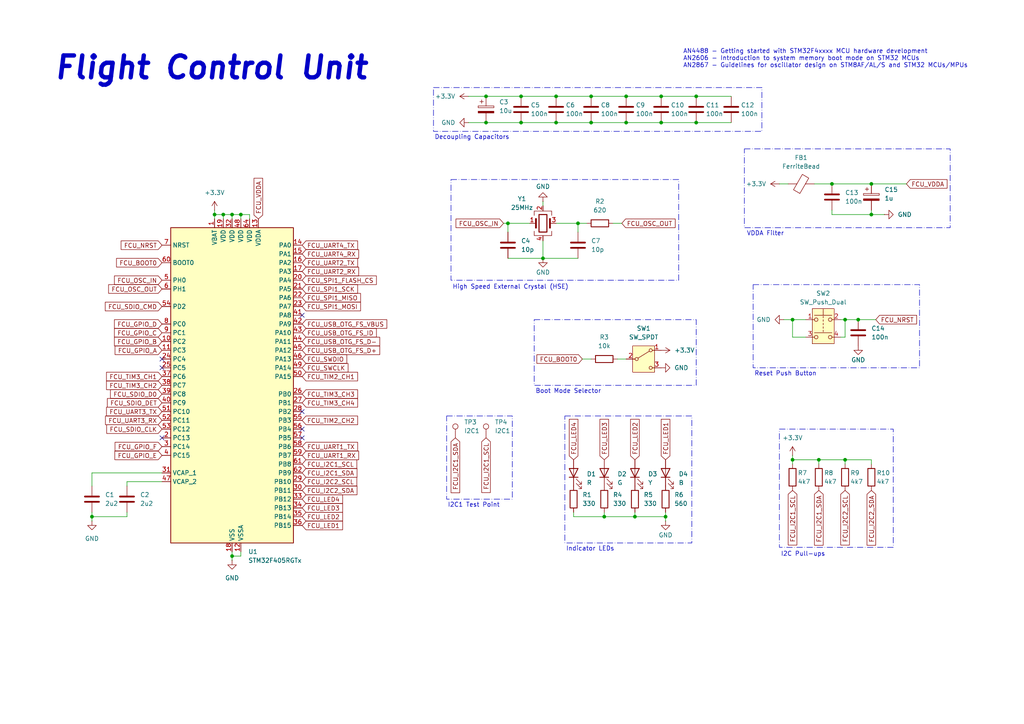
<source format=kicad_sch>
(kicad_sch (version 20250114) (generator "eeschema") (generator_version "9.0")
  (paper "A4")
  (title_block (title "Flight Control Unit") (rev "0.1.2") (company "Breno Soares Alves"))
  (lib_symbols
    (symbol "Connector:TestPoint" (pin_numbers (hide yes)) (pin_names (offset 0.762) (hide yes))
      (property "Reference" "TP" (at 0 6.858 0))
      (property "Value" "TestPoint" (at 0 5.08 0))
      (symbol "TestPoint_0_1"
        (circle (center 0 3.302) (radius 0.762))
      )
      (symbol "TestPoint_1_1"
        (pin passive line (at 0 0 90) (length 2.54) (name "1") (number "1"))
      )
    )
    (symbol "Device:C" (pin_numbers (hide yes)) (pin_names (offset 0.254))
      (property "Reference" "C" (at 0.635 2.54 0))
      (property "Value" "C" (at 0.635 -2.54 0))
      (symbol "C_0_1"
        (polyline (pts (xy -2.032 0.762) (xy 2.032 0.762)) (stroke (width 0.508)))
        (polyline (pts (xy -2.032 -0.762) (xy 2.032 -0.762)) (stroke (width 0.508)))
      )
      (symbol "C_1_1"
        (pin passive line (at 0 3.81 270) (length 2.794) (name "~") (number "1"))
        (pin passive line (at 0 -3.81 90) (length 2.794) (name "~") (number "2"))
      )
    )
    (symbol "Device:C_Polarized" (pin_numbers (hide yes)) (pin_names (offset 0.254))
      (property "Reference" "C" (at 0.635 2.54 0))
      (property "Value" "C_Polarized" (at 0.635 -2.54 0))
      (symbol "C_Polarized_0_1"
        (rectangle (start -2.286 0.508) (end 2.286 1.016))
        (polyline (pts (xy -1.778 2.286) (xy -0.762 2.286)))
        (polyline (pts (xy -1.27 2.794) (xy -1.27 1.778)))
        (rectangle (start 2.286 -0.508) (end -2.286 -1.016) (fill (type outline)))
      )
      (symbol "C_Polarized_1_1"
        (pin passive line (at 0 3.81 270) (length 2.794) (name "~") (number "1"))
        (pin passive line (at 0 -3.81 90) (length 2.794) (name "~") (number "2"))
      )
    )
    (symbol "Device:Crystal_GND24" (pin_names (offset 1.016) (hide yes))
      (property "Reference" "Y" (at 3.175 5.08 0))
      (property "Value" "Crystal_GND24" (at 3.175 3.175 0))
      (symbol "Crystal_GND24_0_1"
        (polyline (pts (xy -2.54 2.286) (xy -2.54 3.556) (xy 2.54 3.556) (xy 2.54 2.286)))
        (polyline (pts (xy -2.54 0) (xy -2.032 0)))
        (polyline (pts (xy -2.54 -2.286) (xy -2.54 -3.556) (xy 2.54 -3.556) (xy 2.54 -2.286)))
        (polyline (pts (xy -2.032 -1.27) (xy -2.032 1.27)) (stroke (width 0.508)))
        (rectangle (start -1.143 2.54) (end 1.143 -2.54) (stroke (width 0.3048)))
        (polyline (pts (xy 0 3.556) (xy 0 3.81)))
        (polyline (pts (xy 0 -3.81) (xy 0 -3.556)))
        (polyline (pts (xy 2.032 0) (xy 2.54 0)))
        (polyline (pts (xy 2.032 -1.27) (xy 2.032 1.27)) (stroke (width 0.508)))
      )
      (symbol "Crystal_GND24_1_1"
        (pin passive line (at -3.81 0 0) (length 1.27) (name "1") (number "1"))
        (pin passive line (at 0 5.08 270) (length 1.27) (name "2") (number "2"))
        (pin passive line (at 0 -5.08 90) (length 1.27) (name "4") (number "4"))
        (pin passive line (at 3.81 0 180) (length 1.27) (name "3") (number "3"))
      )
    )
    (symbol "Device:FerriteBead" (pin_numbers (hide yes)) (pin_names (offset 0))
      (property "Reference" "FB" (at -3.81 0.635 90))
      (property "Value" "FerriteBead" (at 3.81 0 90))
      (symbol "FerriteBead_0_1"
        (polyline (pts (xy -2.7686 0.4064) (xy -1.7018 2.2606) (xy 2.7686 -0.3048) (xy 1.6764 -2.159) (xy -2.7686 0.4064)))
        (polyline (pts (xy 0 1.27) (xy 0 1.2954)))
        (polyline (pts (xy 0 -1.27) (xy 0 -1.2192)))
      )
      (symbol "FerriteBead_1_1"
        (pin passive line (at 0 3.81 270) (length 2.54) (name "~") (number "1"))
        (pin passive line (at 0 -3.81 90) (length 2.54) (name "~") (number "2"))
      )
    )
    (symbol "Device:LED" (pin_numbers (hide yes)) (pin_names (offset 1.016) (hide yes))
      (property "Reference" "D" (at 0 2.54 0))
      (property "Value" "LED" (at 0 -2.54 0))
      (symbol "LED_0_1"
        (polyline (pts (xy -3.048 -0.762) (xy -4.572 -2.286) (xy -3.81 -2.286) (xy -4.572 -2.286) (xy -4.572 -1.524)))
        (polyline (pts (xy -1.778 -0.762) (xy -3.302 -2.286) (xy -2.54 -2.286) (xy -3.302 -2.286) (xy -3.302 -1.524)))
        (polyline (pts (xy -1.27 0) (xy 1.27 0)))
        (polyline (pts (xy -1.27 -1.27) (xy -1.27 1.27)) (stroke (width 0.254)))
        (polyline (pts (xy 1.27 -1.27) (xy 1.27 1.27) (xy -1.27 0) (xy 1.27 -1.27)) (stroke (width 0.254)))
      )
      (symbol "LED_1_1"
        (pin passive line (at -3.81 0 0) (length 2.54) (name "K") (number "1"))
        (pin passive line (at 3.81 0 180) (length 2.54) (name "A") (number "2"))
      )
    )
    (symbol "Device:R" (pin_numbers (hide yes)) (pin_names (offset 0))
      (property "Reference" "R" (at 2.032 0 90))
      (property "Value" "R" (at 0 0 90))
      (symbol "R_0_1"
        (rectangle (start -1.016 -2.54) (end 1.016 2.54) (stroke (width 0.254)))
      )
      (symbol "R_1_1"
        (pin passive line (at 0 3.81 270) (length 1.27) (name "~") (number "1"))
        (pin passive line (at 0 -3.81 90) (length 1.27) (name "~") (number "2"))
      )
    )
    (symbol "MCU_ST_STM32F4:STM32F405RGTx"
      (property "Reference" "U" (at -17.78 46.99 0))
      (property "Value" "STM32F405RGTx" (at 10.16 46.99 0))
      (symbol "STM32F405RGTx_0_1"
        (rectangle (start -17.78 -45.72) (end 17.78 45.72) (stroke (width 0.254)) (fill (type background)))
      )
      (symbol "STM32F405RGTx_1_1"
        (pin input line (at -20.32 40.64 0) (length 2.54) (name "NRST") (number "7"))
        (pin input line (at -20.32 35.56 0) (length 2.54) (name "BOOT0") (number "60"))
        (pin bidirectional line (at -20.32 30.48 0) (length 2.54) (name "PH0") (number "5"))
        (pin bidirectional line (at -20.32 27.94 0) (length 2.54) (name "PH1") (number "6"))
        (pin bidirectional line (at -20.32 22.86 0) (length 2.54) (name "PD2") (number "54"))
        (pin bidirectional line (at -20.32 17.78 0) (length 2.54) (name "PC0") (number "8"))
        (pin bidirectional line (at -20.32 15.24 0) (length 2.54) (name "PC1") (number "9"))
        (pin bidirectional line (at -20.32 12.7 0) (length 2.54) (name "PC2") (number "10"))
        (pin bidirectional line (at -20.32 10.16 0) (length 2.54) (name "PC3") (number "11"))
        (pin bidirectional line (at -20.32 7.62 0) (length 2.54) (name "PC4") (number "24"))
        (pin bidirectional line (at -20.32 5.08 0) (length 2.54) (name "PC5") (number "25"))
        (pin bidirectional line (at -20.32 2.54 0) (length 2.54) (name "PC6") (number "37"))
        (pin bidirectional line (at -20.32 0 0) (length 2.54) (name "PC7") (number "38"))
        (pin bidirectional line (at -20.32 -2.54 0) (length 2.54) (name "PC8") (number "39"))
        (pin bidirectional line (at -20.32 -5.08 0) (length 2.54) (name "PC9") (number "40"))
        (pin bidirectional line (at -20.32 -7.62 0) (length 2.54) (name "PC10") (number "51"))
        (pin bidirectional line (at -20.32 -10.16 0) (length 2.54) (name "PC11") (number "52"))
        (pin bidirectional line (at -20.32 -12.7 0) (length 2.54) (name "PC12") (number "53"))
        (pin bidirectional line (at -20.32 -15.24 0) (length 2.54) (name "PC13") (number "2"))
        (pin bidirectional line (at -20.32 -17.78 0) (length 2.54) (name "PC14") (number "3"))
        (pin bidirectional line (at -20.32 -20.32 0) (length 2.54) (name "PC15") (number "4"))
        (pin power_out line (at -20.32 -25.4 0) (length 2.54) (name "VCAP_1") (number "31"))
        (pin power_out line (at -20.32 -27.94 0) (length 2.54) (name "VCAP_2") (number "47"))
        (pin power_in line (at -5.08 48.26 270) (length 2.54) (name "VBAT") (number "1"))
        (pin power_in line (at -2.54 48.26 270) (length 2.54) (name "VDD") (number "19"))
        (pin power_in line (at 0 48.26 270) (length 2.54) (name "VDD") (number "32"))
        (pin power_in line (at 0 -48.26 90) (length 2.54) (name "VSS") (number "18"))
        (pin passive line (at 0 -48.26 90) (length 2.54) (hide yes) (name "VSS") (number "63"))
        (pin power_in line (at 2.54 48.26 270) (length 2.54) (name "VDD") (number "48"))
        (pin power_in line (at 2.54 -48.26 90) (length 2.54) (name "VSSA") (number "12"))
        (pin power_in line (at 5.08 48.26 270) (length 2.54) (name "VDD") (number "64"))
        (pin power_in line (at 7.62 48.26 270) (length 2.54) (name "VDDA") (number "13"))
        (pin bidirectional line (at 20.32 40.64 180) (length 2.54) (name "PA0") (number "14"))
        (pin bidirectional line (at 20.32 38.1 180) (length 2.54) (name "PA1") (number "15"))
        (pin bidirectional line (at 20.32 35.56 180) (length 2.54) (name "PA2") (number "16"))
        (pin bidirectional line (at 20.32 33.02 180) (length 2.54) (name "PA3") (number "17"))
        (pin bidirectional line (at 20.32 30.48 180) (length 2.54) (name "PA4") (number "20"))
        (pin bidirectional line (at 20.32 27.94 180) (length 2.54) (name "PA5") (number "21"))
        (pin bidirectional line (at 20.32 25.4 180) (length 2.54) (name "PA6") (number "22"))
        (pin bidirectional line (at 20.32 22.86 180) (length 2.54) (name "PA7") (number "23"))
        (pin bidirectional line (at 20.32 20.32 180) (length 2.54) (name "PA8") (number "41"))
        (pin bidirectional line (at 20.32 17.78 180) (length 2.54) (name "PA9") (number "42"))
        (pin bidirectional line (at 20.32 15.24 180) (length 2.54) (name "PA10") (number "43"))
        (pin bidirectional line (at 20.32 12.7 180) (length 2.54) (name "PA11") (number "44"))
        (pin bidirectional line (at 20.32 10.16 180) (length 2.54) (name "PA12") (number "45"))
        (pin bidirectional line (at 20.32 7.62 180) (length 2.54) (name "PA13") (number "46"))
        (pin bidirectional line (at 20.32 5.08 180) (length 2.54) (name "PA14") (number "49"))
        (pin bidirectional line (at 20.32 2.54 180) (length 2.54) (name "PA15") (number "50"))
        (pin bidirectional line (at 20.32 -2.54 180) (length 2.54) (name "PB0") (number "26"))
        (pin bidirectional line (at 20.32 -5.08 180) (length 2.54) (name "PB1") (number "27"))
        (pin bidirectional line (at 20.32 -7.62 180) (length 2.54) (name "PB2") (number "28"))
        (pin bidirectional line (at 20.32 -10.16 180) (length 2.54) (name "PB3") (number "55"))
        (pin bidirectional line (at 20.32 -12.7 180) (length 2.54) (name "PB4") (number "56"))
        (pin bidirectional line (at 20.32 -15.24 180) (length 2.54) (name "PB5") (number "57"))
        (pin bidirectional line (at 20.32 -17.78 180) (length 2.54) (name "PB6") (number "58"))
        (pin bidirectional line (at 20.32 -20.32 180) (length 2.54) (name "PB7") (number "59"))
        (pin bidirectional line (at 20.32 -22.86 180) (length 2.54) (name "PB8") (number "61"))
        (pin bidirectional line (at 20.32 -25.4 180) (length 2.54) (name "PB9") (number "62"))
        (pin bidirectional line (at 20.32 -27.94 180) (length 2.54) (name "PB10") (number "29"))
        (pin bidirectional line (at 20.32 -30.48 180) (length 2.54) (name "PB11") (number "30"))
        (pin bidirectional line (at 20.32 -33.02 180) (length 2.54) (name "PB12") (number "33"))
        (pin bidirectional line (at 20.32 -35.56 180) (length 2.54) (name "PB13") (number "34"))
        (pin bidirectional line (at 20.32 -38.1 180) (length 2.54) (name "PB14") (number "35"))
        (pin bidirectional line (at 20.32 -40.64 180) (length 2.54) (name "PB15") (number "36"))
      )
    )
    (symbol "Switch:SW_Push_Dual" (pin_names (offset 1.016) (hide yes))
      (property "Reference" "SW" (at 0 7.62 0))
      (property "Value" "SW_Push_Dual" (at 0 -6.35 0))
      (symbol "SW_Push_Dual_0_1"
        (circle (center -2.032 2.54) (radius 0.508))
        (circle (center -2.032 -2.54) (radius 0.508))
        (polyline (pts (xy 0 3.81) (xy 0 5.588)))
        (polyline (pts (xy 0 3.048) (xy 0 3.556)))
        (polyline (pts (xy 0 2.032) (xy 0 2.54)))
        (polyline (pts (xy 0 1.016) (xy 0 1.524)))
        (polyline (pts (xy 0 0.508) (xy 0 0)))
        (polyline (pts (xy 0 -0.508) (xy 0 -1.016)))
        (circle (center 2.032 2.54) (radius 0.508))
        (circle (center 2.032 -2.54) (radius 0.508))
        (polyline (pts (xy 2.54 3.81) (xy -2.54 3.81)))
        (polyline (pts (xy 2.54 -1.27) (xy -2.54 -1.27)))
        (pin passive line (at -5.08 2.54 0) (length 2.54) (name "1") (number "1"))
        (pin passive line (at -5.08 -2.54 0) (length 2.54) (name "3") (number "3"))
        (pin passive line (at 5.08 2.54 180) (length 2.54) (name "2") (number "2"))
        (pin passive line (at 5.08 -2.54 180) (length 2.54) (name "4") (number "4"))
      )
      (symbol "SW_Push_Dual_1_1"
        (rectangle (start -3.175 5.715) (end 3.175 -4.445) (fill (type background)))
      )
    )
    (symbol "Switch:SW_SPDT" (pin_names (offset 0) (hide yes))
      (property "Reference" "SW" (at 0 5.08 0))
      (property "Value" "SW_SPDT" (at 0 -5.08 0))
      (symbol "SW_SPDT_0_1"
        (circle (center -2.032 0) (radius 0.4572))
        (polyline (pts (xy -1.651 0.254) (xy 1.651 2.286)))
        (circle (center 2.032 2.54) (radius 0.4572))
        (circle (center 2.032 -2.54) (radius 0.4572))
      )
      (symbol "SW_SPDT_1_1"
        (rectangle (start -3.175 3.81) (end 3.175 -3.81) (fill (type background)))
        (pin passive line (at -5.08 0 0) (length 2.54) (name "B") (number "2"))
        (pin passive line (at 5.08 2.54 180) (length 2.54) (name "A") (number "1"))
        (pin passive line (at 5.08 -2.54 180) (length 2.54) (name "C") (number "3"))
      )
    )
    (symbol "power:+3.3V" (power) (pin_numbers (hide yes)) (pin_names (offset 0) (hide yes))
      (property "Value" "+3.3V" (at 0 3.556 0))
      (symbol "+3.3V_0_1"
        (polyline (pts (xy -0.762 1.27) (xy 0 2.54)))
        (polyline (pts (xy 0 2.54) (xy 0.762 1.27)))
        (polyline (pts (xy 0 0) (xy 0 2.54)))
      )
      (symbol "+3.3V_1_1"
        (pin power_in line (at 0 0 90) (length 0) (name "~") (number "1"))
      )
    )
    (symbol "power:GND" (power) (pin_numbers (hide yes)) (pin_names (offset 0) (hide yes))
      (property "Value" "GND" (at 0 -3.81 0))
      (symbol "GND_0_1"
        (polyline (pts (xy 0 0) (xy 0 -1.27) (xy 1.27 -1.27) (xy 0 -2.54) (xy -1.27 -1.27) (xy 0 -1.27)))
      )
      (symbol "GND_1_1"
        (pin power_in line (at 0 0 270) (length 0) (name "~") (number "1"))
      )
    )
  )
  (rectangle (start 154.94 92.71) (end 201.93 111.76) (stroke (width 0) (type dash_dot)))
  (rectangle (start 130.81 52.07) (end 196.85 81.28) (stroke (width 0) (type dash_dot)))
  (rectangle (start 215.9 43.18) (end 275.59 66.04) (stroke (width 0) (type dash_dot)))
  (rectangle (start 163.83 120.65) (end 200.66 157.48) (stroke (width 0) (type dash_dot)))
  (rectangle (start 226.06 124.46) (end 259.08 158.75) (stroke (width 0) (type dash_dot)))
  (rectangle (start 125.73 25.4) (end 220.98 38.1) (stroke (width 0) (type dash_dot)))
  (rectangle (start 129.54 120.65) (end 148.59 144.78) (stroke (width 0) (type dash_dot)))
  (rectangle (start 218.44 82.55) (end 266.7 106.68) (stroke (width 0) (type dash_dot)))
  (text "Reset Push Button" (at 227.838 108.458 0) (effects (font (size 1.27 1.27))))
  (text "VDDA Filter" (at 221.996 67.818 0) (effects (font (size 1.27 1.27))))
  (text "Decoupling Capacitors" (at 136.906 39.878 0) (effects (font (size 1.27 1.27))))
  (text "I2C Pull-ups" (at 232.918 160.782 0) (effects (font (size 1.27 1.27))))
  (text "Flight Control Unit" (at 61.214 19.812 0) (effects (font (size 6.35 6.35) (thickness 1.27) (bold yes) (italic yes))))
  (text "AN4488 - Getting started with STM32F4xxxx MCU hardware development\nAN2606 - Introduction to system memory boot mode on STM32 MCUs\nAN2867 - Guidelines for oscillator design on STM8AF/AL/S and STM32 MCUs/MPUs" (at 198.12 17.018 0) (effects (font (size 1.27 1.27)) (justify left)))
  (text "Indicator LEDs" (at 171.196 159.258 0) (effects (font (size 1.27 1.27))))
  (text "Boot Mode Selector" (at 164.846 113.538 0) (effects (font (size 1.27 1.27))))
  (text "High Speed External Crystal (HSE)" (at 148.082 83.312 0) (effects (font (size 1.27 1.27))))
  (text "I2C1 Test Point" (at 137.414 146.558 0) (effects (font (size 1.27 1.27))))
  (junction (at 140.97 35.56))
  (junction (at 26.67 149.86))
  (junction (at 184.15 149.86))
  (junction (at 69.85 62.23))
  (junction (at 151.13 35.56))
  (junction (at 241.3 53.34))
  (junction (at 229.87 92.71))
  (junction (at 248.92 92.71))
  (junction (at 62.23 62.23))
  (junction (at 171.45 27.94))
  (junction (at 157.48 74.93))
  (junction (at 245.11 92.71))
  (junction (at 191.77 27.94))
  (junction (at 167.64 64.77))
  (junction (at 171.45 35.56))
  (junction (at 191.77 35.56))
  (junction (at 252.73 62.23))
  (junction (at 151.13 27.94))
  (junction (at 237.49 133.35))
  (junction (at 161.29 27.94))
  (junction (at 181.61 35.56))
  (junction (at 181.61 27.94))
  (junction (at 147.32 64.77))
  (junction (at 140.97 27.94))
  (junction (at 67.31 161.29))
  (junction (at 161.29 35.56))
  (junction (at 201.93 27.94))
  (junction (at 245.11 133.35))
  (junction (at 175.26 149.86))
  (junction (at 193.04 149.86))
  (junction (at 64.77 62.23))
  (junction (at 229.87 133.35))
  (junction (at 67.31 62.23))
  (junction (at 252.73 53.34))
  (junction (at 201.93 35.56))
  (no_connect (at 46.99 104.14))
  (no_connect (at 87.63 124.46))
  (no_connect (at 46.99 106.68))
  (no_connect (at 87.63 91.44))
  (no_connect (at 46.99 127))
  (no_connect (at 87.63 119.38))
  (no_connect (at 87.63 127))
  (wire (pts (xy 147.32 74.93) (xy 157.48 74.93)))
  (wire (pts (xy 161.29 64.77) (xy 167.64 64.77)))
  (wire (pts (xy 64.77 62.23) (xy 64.77 63.5)))
  (wire (pts (xy 227.33 92.71) (xy 229.87 92.71)))
  (wire (pts (xy 157.48 74.93) (xy 167.64 74.93)))
  (wire (pts (xy 67.31 160.02) (xy 67.31 161.29)))
  (wire (pts (xy 193.04 148.59) (xy 193.04 149.86)))
  (wire (pts (xy 151.13 27.94) (xy 161.29 27.94)))
  (wire (pts (xy 229.87 133.35) (xy 237.49 133.35)))
  (wire (pts (xy 226.06 53.34) (xy 228.6 53.34)))
  (wire (pts (xy 193.04 149.86) (xy 184.15 149.86)))
  (wire (pts (xy 229.87 92.71) (xy 229.87 97.79)))
  (wire (pts (xy 243.84 92.71) (xy 245.11 92.71)))
  (wire (pts (xy 167.64 67.31) (xy 167.64 64.77)))
  (wire (pts (xy 168.91 104.14) (xy 171.45 104.14)))
  (wire (pts (xy 181.61 35.56) (xy 191.77 35.56)))
  (wire (pts (xy 26.67 137.16) (xy 26.67 140.97)))
  (wire (pts (xy 252.73 62.23) (xy 252.73 60.96)))
  (wire (pts (xy 171.45 35.56) (xy 181.61 35.56)))
  (wire (pts (xy 243.84 97.79) (xy 245.11 97.79)))
  (wire (pts (xy 181.61 27.94) (xy 191.77 27.94)))
  (wire (pts (xy 147.32 64.77) (xy 153.67 64.77)))
  (wire (pts (xy 135.89 35.56) (xy 140.97 35.56)))
  (wire (pts (xy 229.87 92.71) (xy 233.68 92.71)))
  (wire (pts (xy 26.67 149.86) (xy 36.83 149.86)))
  (wire (pts (xy 67.31 161.29) (xy 67.31 162.56)))
  (wire (pts (xy 151.13 35.56) (xy 161.29 35.56)))
  (wire (pts (xy 191.77 27.94) (xy 201.93 27.94)))
  (wire (pts (xy 175.26 149.86) (xy 166.37 149.86)))
  (wire (pts (xy 245.11 133.35) (xy 252.73 133.35)))
  (wire (pts (xy 36.83 139.7) (xy 46.99 139.7)))
  (wire (pts (xy 72.39 62.23) (xy 72.39 63.5)))
  (wire (pts (xy 175.26 149.86) (xy 175.26 148.59)))
  (wire (pts (xy 171.45 27.94) (xy 181.61 27.94)))
  (wire (pts (xy 146.05 64.77) (xy 147.32 64.77)))
  (wire (pts (xy 26.67 149.86) (xy 26.67 151.13)))
  (wire (pts (xy 184.15 149.86) (xy 184.15 148.59)))
  (wire (pts (xy 46.99 137.16) (xy 26.67 137.16)))
  (wire (pts (xy 245.11 133.35) (xy 245.11 134.62)))
  (wire (pts (xy 166.37 149.86) (xy 166.37 148.59)))
  (wire (pts (xy 252.73 62.23) (xy 241.3 62.23)))
  (wire (pts (xy 26.67 148.59) (xy 26.67 149.86)))
  (wire (pts (xy 236.22 53.34) (xy 241.3 53.34)))
  (wire (pts (xy 252.73 133.35) (xy 252.73 134.62)))
  (wire (pts (xy 36.83 139.7) (xy 36.83 140.97)))
  (wire (pts (xy 179.07 104.14) (xy 181.61 104.14)))
  (wire (pts (xy 252.73 53.34) (xy 262.89 53.34)))
  (wire (pts (xy 245.11 97.79) (xy 245.11 92.71)))
  (wire (pts (xy 201.93 35.56) (xy 212.09 35.56)))
  (wire (pts (xy 64.77 62.23) (xy 67.31 62.23)))
  (wire (pts (xy 229.87 132.08) (xy 229.87 133.35)))
  (wire (pts (xy 229.87 97.79) (xy 233.68 97.79)))
  (wire (pts (xy 237.49 133.35) (xy 245.11 133.35)))
  (wire (pts (xy 229.87 133.35) (xy 229.87 134.62)))
  (wire (pts (xy 67.31 62.23) (xy 69.85 62.23)))
  (wire (pts (xy 191.77 35.56) (xy 201.93 35.56)))
  (wire (pts (xy 62.23 62.23) (xy 62.23 63.5)))
  (wire (pts (xy 69.85 161.29) (xy 69.85 160.02)))
  (wire (pts (xy 67.31 62.23) (xy 67.31 63.5)))
  (wire (pts (xy 256.54 62.23) (xy 252.73 62.23)))
  (wire (pts (xy 245.11 92.71) (xy 248.92 92.71)))
  (wire (pts (xy 201.93 27.94) (xy 212.09 27.94)))
  (wire (pts (xy 36.83 149.86) (xy 36.83 148.59)))
  (wire (pts (xy 167.64 64.77) (xy 170.18 64.77)))
  (wire (pts (xy 248.92 92.71) (xy 254 92.71)))
  (wire (pts (xy 177.8 64.77) (xy 180.34 64.77)))
  (wire (pts (xy 241.3 62.23) (xy 241.3 60.96)))
  (wire (pts (xy 140.97 35.56) (xy 151.13 35.56)))
  (wire (pts (xy 193.04 149.86) (xy 193.04 151.13)))
  (wire (pts (xy 161.29 35.56) (xy 171.45 35.56)))
  (wire (pts (xy 157.48 58.42) (xy 157.48 59.69)))
  (wire (pts (xy 67.31 161.29) (xy 69.85 161.29)))
  (wire (pts (xy 147.32 64.77) (xy 147.32 67.31)))
  (wire (pts (xy 241.3 53.34) (xy 252.73 53.34)))
  (wire (pts (xy 135.89 27.94) (xy 140.97 27.94)))
  (wire (pts (xy 140.97 27.94) (xy 151.13 27.94)))
  (wire (pts (xy 237.49 133.35) (xy 237.49 134.62)))
  (wire (pts (xy 62.23 60.96) (xy 62.23 62.23)))
  (wire (pts (xy 161.29 27.94) (xy 171.45 27.94)))
  (wire (pts (xy 157.48 69.85) (xy 157.48 74.93)))
  (wire (pts (xy 184.15 149.86) (xy 175.26 149.86)))
  (wire (pts (xy 62.23 62.23) (xy 64.77 62.23)))
  (wire (pts (xy 69.85 62.23) (xy 72.39 62.23)))
  (wire (pts (xy 69.85 62.23) (xy 69.85 63.5)))
  (global_label "FCU_I2C1_SCL" (shape input) (at 140.97 127 270) (property "Intersheetrefs" "${INTERSHEET_REFS}" (effects (hide yes))))
  (global_label "FCU_VDDA" (shape input) (at 74.93 63.5 90) (property "Intersheetrefs" "${INTERSHEET_REFS}" (effects (hide yes))))
  (global_label "FCU_TIM3_CH1" (shape input) (at 46.99 109.22 180) (property "Intersheetrefs" "${INTERSHEET_REFS}" (effects (hide yes))))
  (global_label "FCU_I2C2_SCL" (shape input) (at 87.63 139.7 0) (property "Intersheetrefs" "${INTERSHEET_REFS}" (effects (hide yes))))
  (global_label "FCU_VDDA" (shape input) (at 262.89 53.34 0) (property "Intersheetrefs" "${INTERSHEET_REFS}" (effects (hide yes))))
  (global_label "FCU_SPI1_MOSI" (shape input) (at 87.63 88.9 0) (property "Intersheetrefs" "${INTERSHEET_REFS}" (effects (hide yes))))
  (global_label "FCU_UART4_TX" (shape input) (at 87.63 71.12 0) (property "Intersheetrefs" "${INTERSHEET_REFS}" (effects (hide yes))))
  (global_label "FCU_UART1_TX" (shape input) (at 87.63 129.54 0) (property "Intersheetrefs" "${INTERSHEET_REFS}" (effects (hide yes))))
  (global_label "FCU_UART3_TX" (shape input) (at 46.99 119.38 180) (property "Intersheetrefs" "${INTERSHEET_REFS}" (effects (hide yes))))
  (global_label "FCU_LED3" (shape input) (at 175.26 133.35 90) (property "Intersheetrefs" "${INTERSHEET_REFS}" (effects (hide yes))))
  (global_label "FCU_GPIO_E" (shape input) (at 46.99 132.08 180) (property "Intersheetrefs" "${INTERSHEET_REFS}" (effects (hide yes))))
  (global_label "FCU_SWDIO" (shape input) (at 87.63 104.14 0) (property "Intersheetrefs" "${INTERSHEET_REFS}" (effects (hide yes))))
  (global_label "FCU_USB_OTG_FS_D+" (shape input) (at 87.63 101.6 0) (property "Intersheetrefs" "${INTERSHEET_REFS}" (effects (hide yes))))
  (global_label "FCU_OSC_OUT" (shape input) (at 180.34 64.77 0) (property "Intersheetrefs" "${INTERSHEET_REFS}" (effects (hide yes))))
  (global_label "FCU_NRST" (shape input) (at 46.99 71.12 180) (property "Intersheetrefs" "${INTERSHEET_REFS}" (effects (hide yes))))
  (global_label "FCU_SPI1_MISO" (shape input) (at 87.63 86.36 0) (property "Intersheetrefs" "${INTERSHEET_REFS}" (effects (hide yes))))
  (global_label "FCU_I2C2_SDA" (shape input) (at 252.73 142.24 270) (property "Intersheetrefs" "${INTERSHEET_REFS}" (effects (hide yes))))
  (global_label "FCU_I2C1_SDA" (shape input) (at 237.49 142.24 270) (property "Intersheetrefs" "${INTERSHEET_REFS}" (effects (hide yes))))
  (global_label "FCU_SPI1_SCK" (shape input) (at 87.63 83.82 0) (property "Intersheetrefs" "${INTERSHEET_REFS}" (effects (hide yes))))
  (global_label "FCU_UART1_RX" (shape input) (at 87.63 132.08 0) (property "Intersheetrefs" "${INTERSHEET_REFS}" (effects (hide yes))))
  (global_label "FCU_LED2" (shape input) (at 87.63 149.86 0) (property "Intersheetrefs" "${INTERSHEET_REFS}" (effects (hide yes))))
  (global_label "FCU_BOOT0" (shape input) (at 168.91 104.14 180) (property "Intersheetrefs" "${INTERSHEET_REFS}" (effects (hide yes))))
  (global_label "FCU_I2C1_SDA" (shape input) (at 87.63 137.16 0) (property "Intersheetrefs" "${INTERSHEET_REFS}" (effects (hide yes))))
  (global_label "FCU_OSC_OUT" (shape input) (at 46.99 83.82 180) (property "Intersheetrefs" "${INTERSHEET_REFS}" (effects (hide yes))))
  (global_label "FCU_SWCLK" (shape input) (at 87.63 106.68 0) (property "Intersheetrefs" "${INTERSHEET_REFS}" (effects (hide yes))))
  (global_label "FCU_SDIO_CLK" (shape input) (at 46.99 124.46 180) (property "Intersheetrefs" "${INTERSHEET_REFS}" (effects (hide yes))))
  (global_label "FCU_USB_OTG_FS_D-" (shape input) (at 87.63 99.06 0) (property "Intersheetrefs" "${INTERSHEET_REFS}" (effects (hide yes))))
  (global_label "FCU_SPI1_FLASH_CS" (shape input) (at 87.63 81.28 0) (property "Intersheetrefs" "${INTERSHEET_REFS}" (effects (hide yes))))
  (global_label "FCU_TIM2_CH2" (shape input) (at 87.63 121.92 0) (property "Intersheetrefs" "${INTERSHEET_REFS}" (effects (hide yes))))
  (global_label "FCU_BOOT0" (shape input) (at 46.99 76.2 180) (property "Intersheetrefs" "${INTERSHEET_REFS}" (effects (hide yes))))
  (global_label "FCU_UART4_RX" (shape input) (at 87.63 73.66 0) (property "Intersheetrefs" "${INTERSHEET_REFS}" (effects (hide yes))))
  (global_label "FCU_I2C1_SCL" (shape input) (at 229.87 142.24 270) (property "Intersheetrefs" "${INTERSHEET_REFS}" (effects (hide yes))))
  (global_label "FCU_NRST" (shape input) (at 254 92.71 0) (property "Intersheetrefs" "${INTERSHEET_REFS}" (effects (hide yes))))
  (global_label "FCU_USB_OTG_FS_VBUS" (shape input) (at 87.63 93.98 0) (property "Intersheetrefs" "${INTERSHEET_REFS}" (effects (hide yes))))
  (global_label "FCU_UART2_TX" (shape input) (at 87.63 76.2 0) (property "Intersheetrefs" "${INTERSHEET_REFS}" (effects (hide yes))))
  (global_label "FCU_LED2" (shape input) (at 184.15 133.35 90) (property "Intersheetrefs" "${INTERSHEET_REFS}" (effects (hide yes))))
  (global_label "FCU_I2C1_SCL" (shape input) (at 87.63 134.62 0) (property "Intersheetrefs" "${INTERSHEET_REFS}" (effects (hide yes))))
  (global_label "FCU_I2C1_SDA" (shape input) (at 132.08 127 270) (property "Intersheetrefs" "${INTERSHEET_REFS}" (effects (hide yes))))
  (global_label "FCU_I2C2_SDA" (shape input) (at 87.63 142.24 0) (property "Intersheetrefs" "${INTERSHEET_REFS}" (effects (hide yes))))
  (global_label "FCU_TIM2_CH1" (shape input) (at 87.63 109.22 0) (property "Intersheetrefs" "${INTERSHEET_REFS}" (effects (hide yes))))
  (global_label "FCU_UART2_RX" (shape input) (at 87.63 78.74 0) (property "Intersheetrefs" "${INTERSHEET_REFS}" (effects (hide yes))))
  (global_label "FCU_GPIO_C" (shape input) (at 46.99 96.52 180) (property "Intersheetrefs" "${INTERSHEET_REFS}" (effects (hide yes))))
  (global_label "FCU_GPIO_A" (shape input) (at 46.99 101.6 180) (property "Intersheetrefs" "${INTERSHEET_REFS}" (effects (hide yes))))
  (global_label "FCU_TIM3_CH4" (shape input) (at 87.63 116.84 0) (property "Intersheetrefs" "${INTERSHEET_REFS}" (effects (hide yes))))
  (global_label "FCU_LED1" (shape input) (at 193.04 133.35 90) (property "Intersheetrefs" "${INTERSHEET_REFS}" (effects (hide yes))))
  (global_label "FCU_SDIO_DET" (shape input) (at 46.99 116.84 180) (property "Intersheetrefs" "${INTERSHEET_REFS}" (effects (hide yes))))
  (global_label "FCU_TIM3_CH2" (shape input) (at 46.99 111.76 180) (property "Intersheetrefs" "${INTERSHEET_REFS}" (effects (hide yes))))
  (global_label "FCU_GPIO_F" (shape input) (at 46.99 129.54 180) (property "Intersheetrefs" "${INTERSHEET_REFS}" (effects (hide yes))))
  (global_label "FCU_TIM3_CH3" (shape input) (at 87.63 114.3 0) (property "Intersheetrefs" "${INTERSHEET_REFS}" (effects (hide yes))))
  (global_label "FCU_I2C2_SCL" (shape input) (at 245.11 142.24 270) (property "Intersheetrefs" "${INTERSHEET_REFS}" (effects (hide yes))))
  (global_label "FCU_UART3_RX" (shape input) (at 46.99 121.92 180) (property "Intersheetrefs" "${INTERSHEET_REFS}" (effects (hide yes))))
  (global_label "FCU_USB_OTG_FS_ID" (shape input) (at 87.63 96.52 0) (property "Intersheetrefs" "${INTERSHEET_REFS}" (effects (hide yes))))
  (global_label "FCU_OSC_IN" (shape input) (at 146.05 64.77 180) (property "Intersheetrefs" "${INTERSHEET_REFS}" (effects (hide yes))))
  (global_label "FCU_GPIO_B" (shape input) (at 46.99 99.06 180) (property "Intersheetrefs" "${INTERSHEET_REFS}" (effects (hide yes))))
  (global_label "FCU_LED1" (shape input) (at 87.63 152.4 0) (property "Intersheetrefs" "${INTERSHEET_REFS}" (effects (hide yes))))
  (global_label "FCU_LED3" (shape input) (at 87.63 147.32 0) (property "Intersheetrefs" "${INTERSHEET_REFS}" (effects (hide yes))))
  (global_label "FCU_SDIO_D0" (shape input) (at 46.99 114.3 180) (property "Intersheetrefs" "${INTERSHEET_REFS}" (effects (hide yes))))
  (global_label "FCU_SDIO_CMD" (shape input) (at 46.99 88.9 180) (property "Intersheetrefs" "${INTERSHEET_REFS}" (effects (hide yes))))
  (global_label "FCU_OSC_IN" (shape input) (at 46.99 81.28 180) (property "Intersheetrefs" "${INTERSHEET_REFS}" (effects (hide yes))))
  (global_label "FCU_LED4" (shape input) (at 87.63 144.78 0) (property "Intersheetrefs" "${INTERSHEET_REFS}" (effects (hide yes))))
  (global_label "FCU_LED4" (shape input) (at 166.37 133.35 90) (property "Intersheetrefs" "${INTERSHEET_REFS}" (effects (hide yes))))
  (global_label "FCU_GPIO_D" (shape input) (at 46.99 93.98 180) (property "Intersheetrefs" "${INTERSHEET_REFS}" (effects (hide yes))))
  (symbol (lib_id "Device:R") (at 193.04 144.78 0) (unit 1)
    (property "Reference" "R6" (at 195.58 143.5099 0) (effects (justify left)))
    (property "Value" "560" (at 195.58 146.0499 0) (effects (justify left)))
    (property "Footprint" "Resistor_SMD:R_0402_1005Metric" (effects (hide yes)))
    (property "Description" "Resistor, 560 Ω, 1 %" (effects (hide yes)))
    (property "Digikey_Link" "https://www.digikey.com.br/pt/products/detail/stackpole-electronics-inc/RMCF0603FT560R/1760872" (effects (hide yes)))
    (property "MPN" "RMCF0603FT560R" (effects (hide yes)))
  )
  (symbol (lib_id "power:GND") (at 256.54 62.23 90) (unit 1)
    (property "Reference" "#PWR015" (effects (hide yes)))
    (property "Value" "GND" (at 260.35 62.2299 90) (effects (justify right)))
    (property "Description" "Power symbol creates a global label with name \"GND\" , ground" (effects (hide yes)))
  )
  (symbol (lib_id "Device:R") (at 229.87 138.43 0) (unit 1)
    (property "Reference" "R7" (at 231.394 137.16 0) (effects (justify left)))
    (property "Value" "4k7" (at 231.394 139.7 0) (effects (justify left)))
    (property "Footprint" "Resistor_SMD:R_0402_1005Metric" (effects (hide yes)))
    (property "Description" "Resistor, 4.7 kΩ, 1 %" (effects (hide yes)))
    (property "Digikey_Link" "https://www.digikey.com.br/pt/products/detail/panasonic-electronic-components/ERJ-3EKF4701V/1746419" (effects (hide yes)))
    (property "MPN" "ERJ-3EKF4701V" (effects (hide yes)))
  )
  (symbol (lib_id "power:GND") (at 67.31 162.56 0) (unit 1)
    (property "Reference" "#PWR03" (effects (hide yes)))
    (property "Value" "GND" (at 67.31 167.64 0))
    (property "Description" "Power symbol creates a global label with name \"GND\" , ground" (effects (hide yes)))
  )
  (symbol (lib_id "Device:R") (at 175.26 104.14 90) (unit 1)
    (property "Reference" "R3" (at 175.26 97.79 90))
    (property "Value" "10k" (at 175.26 100.33 90))
    (property "Footprint" "Resistor_SMD:R_0402_1005Metric" (effects (hide yes)))
    (property "Description" "Resistor, 10 kΩ, 1 %, 0.1 W" (effects (hide yes)))
    (property "Digikey_Link" "https://www.digikey.com.br/pt/products/detail/yageo/RC0603FR-0710KL/726880" (effects (hide yes)))
    (property "MPN" "RC0603FR-0710KL" (effects (hide yes)))
  )
  (symbol (lib_id "Device:C") (at 161.29 31.75 0) (unit 1)
    (property "Reference" "C6" (at 164.084 30.48 0) (effects (justify left)))
    (property "Value" "100n" (at 164.084 33.02 0) (effects (justify left)))
    (property "Footprint" "Capacitor_SMD:C_0402_1005Metric" (effects (hide yes)))
    (property "Description" "Ceramic capacitor, 100 nF, 10 V, X7R" (effects (hide yes)))
    (property "Digikey_Link" "https://www.digikey.com.br/pt/products/detail/samsung-electro-mechanics/CL05B104KP5NNNC/3886660" (effects (hide yes)))
    (property "MPN" "CL05B104KP5NNNC" (effects (hide yes)))
  )
  (symbol (lib_id "power:+3.3V") (at 135.89 27.94 90) (unit 1)
    (property "Reference" "#PWR04" (effects (hide yes)))
    (property "Value" "+3.3V" (at 132.08 27.9399 90) (effects (justify left)))
    (property "Description" "Power symbol creates a global label with name \"+3.3V\"" (effects (hide yes)))
  )
  (symbol (lib_id "Device:LED") (at 184.15 137.16 90) (unit 1)
    (property "Reference" "D3" (at 187.96 137.4774 90) (effects (justify right)))
    (property "Value" "Y" (at 187.96 140.0174 90) (effects (justify right)))
    (property "Footprint" "LED_SMD:LED_0402_1005Metric" (effects (hide yes)))
    (property "Description" "Yellow LED, SMD" (effects (hide yes)))
    (property "Sim.Pins" "1=K 2=A" (effects (hide yes)))
    (property "Digikey_Link" "https://www.digikey.com.br/pt/products/detail/liteon/LTST-C171YKT/386807" (effects (hide yes)))
    (property "MPN" "LTST-C171YKT" (effects (hide yes)))
  )
  (symbol (lib_id "Connector:TestPoint") (at 140.97 127 0) (unit 1) (in_bom no)
    (property "Reference" "TP4" (at 143.51 122.4279 0) (effects (justify left)))
    (property "Value" "I2C1" (at 143.51 124.9679 0) (effects (justify left)))
    (property "Footprint" "TestPoint:TestPoint_Pad_D1.0mm" (effects (hide yes)))
    (property "Description" "test point" (effects (hide yes)))
  )
  (symbol (lib_id "Switch:SW_SPDT") (at 186.69 104.14 0) (unit 1)
    (property "Reference" "SW1" (at 186.69 95.25 0))
    (property "Value" "SW_SPDT" (at 186.69 97.79 0))
    (property "Footprint" "Button_Switch_SMD:SW_SPDT_PCM12" (effects (hide yes)))
    (property "Description" "Switch, single pole double throw" (effects (hide yes)))
    (property "Digikey_Link" "https://www.digikey.com.br/pt/products/detail/c-k/pcm12smtbr/21395124" (effects (hide yes)))
    (property "MPN" "PCM12SMTR" (effects (hide yes)))
  )
  (symbol (lib_id "power:GND") (at 157.48 58.42 180) (unit 1)
    (property "Reference" "#PWR06" (effects (hide yes)))
    (property "Value" "GND" (at 157.48 54.102 0))
    (property "Description" "Power symbol creates a global label with name \"GND\" , ground" (effects (hide yes)))
  )
  (symbol (lib_id "Connector:TestPoint") (at 132.08 127 0) (unit 1) (in_bom no)
    (property "Reference" "TP3" (at 134.62 122.4279 0) (effects (justify left)))
    (property "Value" "I2C1" (at 134.62 124.9679 0) (effects (justify left)))
    (property "Footprint" "TestPoint:TestPoint_Pad_D1.0mm" (effects (hide yes)))
    (property "Description" "test point" (effects (hide yes)))
  )
  (symbol (lib_id "Device:R") (at 166.37 144.78 0) (unit 1)
    (property "Reference" "R1" (at 168.91 143.5099 0) (effects (justify left)))
    (property "Value" "330" (at 168.91 146.0499 0) (effects (justify left)))
    (property "Footprint" "Resistor_SMD:R_0402_1005Metric" (effects (hide yes)))
    (property "Description" "Resistor, 330 Ω, 5 %" (effects (hide yes)))
    (property "Digikey_Link" "https://www.digikey.com.br/pt/products/detail/yageo/RC0603JR-07330RL/726769" (effects (hide yes)))
    (property "MPN" "RC0603JR-07330RL" (effects (hide yes)))
  )
  (symbol (lib_id "power:GND") (at 157.48 74.93 0) (unit 1)
    (property "Reference" "#PWR07" (effects (hide yes)))
    (property "Value" "GND" (at 157.48 78.994 0))
    (property "Description" "Power symbol creates a global label with name \"GND\" , ground" (effects (hide yes)))
  )
  (symbol (lib_id "Device:C_Polarized") (at 140.97 31.75 0) (unit 1)
    (property "Reference" "C3" (at 144.78 29.5909 0) (effects (justify left)))
    (property "Value" "10u" (at 144.78 32.1309 0) (effects (justify left)))
    (property "Footprint" "Capacitor_SMD:C_0603_1608Metric" (effects (hide yes)))
    (property "Description" "Tantalum capacitor, 10 µF, 10 V" (effects (hide yes)))
    (property "Digikey_Link" "https://www.digikey.com.br/pt/products/detail/kyocera-avx/TAJA106K010TNJ/7566970" (effects (hide yes)))
    (property "MPN" "TAJA106K010TNJ" (effects (hide yes)))
  )
  (symbol (lib_id "Device:LED") (at 175.26 137.16 90) (unit 1)
    (property "Reference" "D2" (at 179.07 137.4774 90) (effects (justify right)))
    (property "Value" "G" (at 179.07 140.0174 90) (effects (justify right)))
    (property "Footprint" "LED_SMD:LED_0402_1005Metric" (effects (hide yes)))
    (property "Description" "Green LED, SMD" (effects (hide yes)))
    (property "Sim.Pins" "1=K 2=A" (effects (hide yes)))
    (property "Digikey_Link" "https://www.digikey.com.br/pt/products/detail/liteon/LTST-C170GKT/269226" (effects (hide yes)))
    (property "MPN" "LTST-C170GKT" (effects (hide yes)))
  )
  (symbol (lib_id "power:GND") (at 227.33 92.71 270) (unit 1)
    (property "Reference" "#PWR012" (effects (hide yes)))
    (property "Value" "GND" (at 223.52 92.7099 90) (effects (justify right)))
    (property "Description" "Power symbol creates a global label with name \"GND\" , ground" (effects (hide yes)))
  )
  (symbol (lib_id "Device:C") (at 241.3 57.15 0) (unit 1)
    (property "Reference" "C13" (at 245.11 55.8799 0) (effects (justify left)))
    (property "Value" "100n" (at 245.11 58.4199 0) (effects (justify left)))
    (property "Footprint" "Capacitor_SMD:C_0402_1005Metric" (effects (hide yes)))
    (property "Description" "Ceramic capacitor, 100 nF, 10 V, X7R" (effects (hide yes)))
    (property "Digikey_Link" "https://www.digikey.com.br/pt/products/detail/samsung-electro-mechanics/CL05B104KP5NNNC/3886660" (effects (hide yes)))
    (property "MPN" "CL05B104KP5NNNC" (effects (hide yes)))
  )
  (symbol (lib_id "Switch:SW_Push_Dual") (at 238.76 95.25 0) (unit 1)
    (property "Reference" "SW2" (at 238.76 85.09 0))
    (property "Value" "SW_Push_Dual" (at 238.76 87.63 0))
    (property "Footprint" "Aircraft_Footprints:SW4_PTS815 SJM 250 SMTR LFS_CNK" (effects (hide yes)))
    (property "Description" "Push button switch, generic, symbol, four pins" (effects (hide yes)))
    (property "Digikey_Link" "https://www.digikey.com.br/pt/products/detail/c-k/PTS815SJM250SMTRLFS/9947846" (effects (hide yes)))
    (property "MPN" "PTS815SJM250SMTRLFS" (effects (hide yes)))
  )
  (symbol (lib_id "Device:R") (at 245.11 138.43 0) (unit 1)
    (property "Reference" "R9" (at 246.634 137.16 0) (effects (justify left)))
    (property "Value" "4k7" (at 246.634 139.7 0) (effects (justify left)))
    (property "Footprint" "Resistor_SMD:R_0402_1005Metric" (effects (hide yes)))
    (property "Description" "Resistor, 4.7 kΩ, 1 %" (effects (hide yes)))
    (property "Digikey_Link" "https://www.digikey.com.br/pt/products/detail/panasonic-electronic-components/ERJ-3EKF4701V/1746419" (effects (hide yes)))
    (property "MPN" "ERJ-3EKF4701V" (effects (hide yes)))
  )
  (symbol (lib_id "power:+3.3V") (at 62.23 60.96 0) (unit 1)
    (property "Reference" "#PWR02" (effects (hide yes)))
    (property "Value" "+3.3V" (at 62.23 55.88 0))
    (property "Description" "Power symbol creates a global label with name \"+3.3V\"" (effects (hide yes)))
  )
  (symbol (lib_id "Device:R") (at 175.26 144.78 0) (unit 1)
    (property "Reference" "R4" (at 177.8 143.5099 0) (effects (justify left)))
    (property "Value" "330" (at 177.8 146.0499 0) (effects (justify left)))
    (property "Footprint" "Resistor_SMD:R_0402_1005Metric" (effects (hide yes)))
    (property "Description" "Resistor, 330 Ω, 5 %" (effects (hide yes)))
    (property "Digikey_Link" "https://www.digikey.com.br/pt/products/detail/yageo/RC0603JR-07330RL/726769" (effects (hide yes)))
    (property "MPN" "RC0603JR-07330RL" (effects (hide yes)))
  )
  (symbol (lib_id "Device:C") (at 151.13 31.75 0) (unit 1)
    (property "Reference" "C5" (at 153.924 30.48 0) (effects (justify left)))
    (property "Value" "100n" (at 153.924 33.02 0) (effects (justify left)))
    (property "Footprint" "Capacitor_SMD:C_0402_1005Metric" (effects (hide yes)))
    (property "Description" "Ceramic capacitor, 100 nF, 10 V, X7R" (effects (hide yes)))
    (property "Digikey_Link" "https://www.digikey.com.br/pt/products/detail/samsung-electro-mechanics/CL05B104KP5NNNC/3886660" (effects (hide yes)))
    (property "MPN" "CL05B104KP5NNNC" (effects (hide yes)))
  )
  (symbol (lib_id "Device:Crystal_GND24") (at 157.48 64.77 0) (unit 1)
    (property "Reference" "Y1" (at 151.384 57.658 0))
    (property "Value" "25MHz" (at 151.384 60.198 0))
    (property "Footprint" "Crystal:Crystal_SMD_Abracon_ABM8G-4Pin_3.2x2.5mm" (effects (hide yes)))
    (property "Description" "Crystal, 25 MHz, Four pin crystal, GND on pins 2 and 4" (effects (hide yes)))
    (property "Digikey_Link" "https://www.digikey.com.br/pt/products/detail/abracon-llc/abm8g-25-000mhz-b4y-t3/2637917" (effects (hide yes)))
    (property "MPN" "ABM8G-25.000MHZ-B4Y-T3" (effects (hide yes)))
  )
  (symbol (lib_id "power:GND") (at 191.77 106.68 90) (unit 1)
    (property "Reference" "#PWR09" (effects (hide yes)))
    (property "Value" "GND" (at 195.58 106.6799 90) (effects (justify right)))
    (property "Description" "Power symbol creates a global label with name \"GND\" , ground" (effects (hide yes)))
  )
  (symbol (lib_id "Device:FerriteBead") (at 232.41 53.34 90) (unit 1)
    (property "Reference" "FB1" (at 232.3592 45.72 90))
    (property "Value" "FerriteBead" (at 232.3592 48.26 90))
    (property "Footprint" "Inductor_SMD:L_0402_1005Metric" (effects (hide yes)))
    (property "Description" "Ferrite bead, 600 Ω @ 100 MHz, 3 A" (effects (hide yes)))
    (property "Digikey_Link" "https://www.digikey.com.br/pt/products/detail/laird-signal-integrity-products/HZ0805E601R-10/806638" (effects (hide yes)))
    (property "MPN" "HZ0805E601R-10" (effects (hide yes)))
  )
  (symbol (lib_id "Device:C") (at 147.32 71.12 0) (unit 1)
    (property "Reference" "C4" (at 151.13 69.8499 0) (effects (justify left)))
    (property "Value" "10p" (at 151.13 72.3899 0) (effects (justify left)))
    (property "Footprint" "Capacitor_SMD:C_0402_1005Metric" (effects (hide yes)))
    (property "Description" "Ceramic capacitor, 1 µF, 50 V, X7R" (effects (hide yes)))
    (property "Digikey_Link" "https://www.digikey.com.br/pt/products/detail/w%C3%BCrth-elektronik/885012005007/5453280" (effects (hide yes)))
    (property "MPN" "885012005007" (effects (hide yes)))
  )
  (symbol (lib_id "power:GND") (at 135.89 35.56 270) (unit 1)
    (property "Reference" "#PWR05" (effects (hide yes)))
    (property "Value" "GND" (at 132.08 35.5599 90) (effects (justify right)))
    (property "Description" "Power symbol creates a global label with name \"GND\" , ground" (effects (hide yes)))
  )
  (symbol (lib_id "Device:LED") (at 193.04 137.16 90) (unit 1)
    (property "Reference" "D4" (at 196.85 137.4774 90) (effects (justify right)))
    (property "Value" "B" (at 196.85 140.0174 90) (effects (justify right)))
    (property "Footprint" "LED_SMD:LED_0402_1005Metric" (effects (hide yes)))
    (property "Description" "Blue LED, SMD" (effects (hide yes)))
    (property "Sim.Pins" "1=K 2=A" (effects (hide yes)))
    (property "Digikey_Link" "https://www.digikey.com.br/pt/products/detail/liteon/LTST-C171TBKT/388528" (effects (hide yes)))
    (property "MPN" "LTST-C171TBKT" (effects (hide yes)))
  )
  (symbol (lib_id "Device:R") (at 184.15 144.78 0) (unit 1)
    (property "Reference" "R5" (at 186.69 143.5099 0) (effects (justify left)))
    (property "Value" "330" (at 186.69 146.0499 0) (effects (justify left)))
    (property "Footprint" "Resistor_SMD:R_0402_1005Metric" (effects (hide yes)))
    (property "Description" "Resistor, 330 Ω, 5 %" (effects (hide yes)))
    (property "Digikey_Link" "https://www.digikey.com.br/pt/products/detail/yageo/RC0603JR-07330RL/726769" (effects (hide yes)))
    (property "MPN" "RC0603JR-07330RL" (effects (hide yes)))
  )
  (symbol (lib_id "Device:C") (at 201.93 31.75 0) (unit 1)
    (property "Reference" "C11" (at 204.724 30.48 0) (effects (justify left)))
    (property "Value" "100n" (at 204.724 33.02 0) (effects (justify left)))
    (property "Footprint" "Capacitor_SMD:C_0402_1005Metric" (effects (hide yes)))
    (property "Description" "Ceramic capacitor, 100 nF, 10 V, X7R" (effects (hide yes)))
    (property "Digikey_Link" "https://www.digikey.com.br/pt/products/detail/samsung-electro-mechanics/CL05B104KP5NNNC/3886660" (effects (hide yes)))
    (property "MPN" "CL05B104KP5NNNC" (effects (hide yes)))
  )
  (symbol (lib_id "Device:C") (at 181.61 31.75 0) (unit 1)
    (property "Reference" "C9" (at 184.404 30.48 0) (effects (justify left)))
    (property "Value" "100n" (at 184.404 33.02 0) (effects (justify left)))
    (property "Footprint" "Capacitor_SMD:C_0402_1005Metric" (effects (hide yes)))
    (property "Description" "Ceramic capacitor, 100 nF, 10 V, X7R" (effects (hide yes)))
    (property "Digikey_Link" "https://www.digikey.com.br/pt/products/detail/samsung-electro-mechanics/CL05B104KP5NNNC/3886660" (effects (hide yes)))
    (property "MPN" "CL05B104KP5NNNC" (effects (hide yes)))
  )
  (symbol (lib_id "Device:C") (at 212.09 31.75 0) (unit 1)
    (property "Reference" "C12" (at 214.884 30.48 0) (effects (justify left)))
    (property "Value" "100n" (at 214.884 33.02 0) (effects (justify left)))
    (property "Footprint" "Capacitor_SMD:C_0402_1005Metric" (effects (hide yes)))
    (property "Description" "Ceramic capacitor, 100 nF, 10 V, X7R" (effects (hide yes)))
    (property "Digikey_Link" "https://www.digikey.com.br/pt/products/detail/samsung-electro-mechanics/CL05B104KP5NNNC/3886660" (effects (hide yes)))
    (property "MPN" "CL05B104KP5NNNC" (effects (hide yes)))
  )
  (symbol (lib_id "Device:C") (at 36.83 144.78 0) (unit 1)
    (property "Reference" "C2" (at 40.64 143.5099 0) (effects (justify left)))
    (property "Value" "2u2" (at 40.64 146.0499 0) (effects (justify left)))
    (property "Footprint" "Capacitor_SMD:C_0402_1005Metric" (effects (hide yes)))
    (property "Description" "Ceramic capacitor, 2.2 µF, 10 V, X7R" (effects (hide yes)))
    (property "Digikey_Link" "https://www.digikey.com.br/pt/products/detail/samsung-electro-mechanics/CL10B225KP8NNNC/3886792" (effects (hide yes)))
    (property "MPN" "CL10B225KP8NNNC" (effects (hide yes)))
  )
  (symbol (lib_id "Device:C") (at 191.77 31.75 0) (unit 1)
    (property "Reference" "C10" (at 194.564 30.48 0) (effects (justify left)))
    (property "Value" "100n" (at 194.564 33.02 0) (effects (justify left)))
    (property "Footprint" "Capacitor_SMD:C_0402_1005Metric" (effects (hide yes)))
    (property "Description" "Ceramic capacitor, 100 nF, 10 V, X7R" (effects (hide yes)))
    (property "Digikey_Link" "https://www.digikey.com.br/pt/products/detail/samsung-electro-mechanics/CL05B104KP5NNNC/3886660" (effects (hide yes)))
    (property "MPN" "CL05B104KP5NNNC" (effects (hide yes)))
  )
  (symbol (lib_id "Device:C") (at 167.64 71.12 0) (unit 1)
    (property "Reference" "C7" (at 171.45 69.8499 0) (effects (justify left)))
    (property "Value" "10p" (at 171.45 72.3899 0) (effects (justify left)))
    (property "Footprint" "Capacitor_SMD:C_0402_1005Metric" (effects (hide yes)))
    (property "Description" "Ceramic capacitor, 1 µF, 50 V, X7R" (effects (hide yes)))
    (property "Digikey_Link" "https://www.digikey.com.br/pt/products/detail/w%C3%BCrth-elektronik/885012005007/5453280" (effects (hide yes)))
    (property "MPN" "885012005007" (effects (hide yes)))
  )
  (symbol (lib_id "Device:C") (at 26.67 144.78 0) (unit 1)
    (property "Reference" "C1" (at 30.48 143.5099 0) (effects (justify left)))
    (property "Value" "2u2" (at 30.48 146.0499 0) (effects (justify left)))
    (property "Footprint" "Capacitor_SMD:C_0402_1005Metric" (effects (hide yes)))
    (property "Description" "Ceramic capacitor, 2.2 µF, 10 V, X7R" (effects (hide yes)))
    (property "Digikey_Link" "https://www.digikey.com.br/pt/products/detail/samsung-electro-mechanics/CL10B225KP8NNNC/3886792" (effects (hide yes)))
    (property "MPN" "CL10B225KP8NNNC" (effects (hide yes)))
  )
  (symbol (lib_id "Device:C") (at 171.45 31.75 0) (unit 1)
    (property "Reference" "C8" (at 174.244 30.48 0) (effects (justify left)))
    (property "Value" "100n" (at 174.244 33.02 0) (effects (justify left)))
    (property "Footprint" "Capacitor_SMD:C_0402_1005Metric" (effects (hide yes)))
    (property "Description" "Ceramic capacitor, 100 nF, 10 V, X7R" (effects (hide yes)))
    (property "Digikey_Link" "https://www.digikey.com.br/pt/products/detail/samsung-electro-mechanics/CL05B104KP5NNNC/3886660" (effects (hide yes)))
    (property "MPN" "CL05B104KP5NNNC" (effects (hide yes)))
  )
  (symbol (lib_id "power:GND") (at 248.92 100.33 0) (unit 1)
    (property "Reference" "#PWR014" (effects (hide yes)))
    (property "Value" "GND" (at 248.92 104.394 0))
    (property "Description" "Power symbol creates a global label with name \"GND\" , ground" (effects (hide yes)))
  )
  (symbol (lib_id "Device:C") (at 248.92 96.52 0) (unit 1)
    (property "Reference" "C14" (at 252.73 95.2499 0) (effects (justify left)))
    (property "Value" "100n" (at 252.73 97.7899 0) (effects (justify left)))
    (property "Footprint" "Capacitor_SMD:C_0402_1005Metric" (effects (hide yes)))
    (property "Description" "Ceramic capacitor, 100 nF, 25 V, X7R" (effects (hide yes)))
    (property "Digikey_Link" "https://www.digikey.com.br/pt/products/detail/kemet/C0603C104K8RACTU/411094" (effects (hide yes)))
    (property "MPN" "C0603C104K8RACTU" (effects (hide yes)))
  )
  (symbol (lib_id "power:+3.3V") (at 229.87 132.08 0) (unit 1)
    (property "Reference" "#PWR013" (effects (hide yes)))
    (property "Value" "+3.3V" (at 229.87 127 0))
    (property "Description" "Power symbol creates a global label with name \"+3.3V\"" (effects (hide yes)))
  )
  (symbol (lib_id "Device:C_Polarized") (at 252.73 57.15 0) (unit 1)
    (property "Reference" "C15" (at 256.54 54.9909 0) (effects (justify left)))
    (property "Value" "1u" (at 256.54 57.5309 0) (effects (justify left)))
    (property "Footprint" "Capacitor_Tantalum_SMD:CP_EIA-1608-08_AVX-J" (effects (hide yes)))
    (property "Description" "Tantalum capacitor, 1 µF, 10 V" (effects (hide yes)))
    (property "Digikey_Link" "https://www.digikey.com.br/pt/products/detail/kemet/T491A105K010AT/2336175" (effects (hide yes)))
    (property "MPN" "T491A105K010AT" (effects (hide yes)))
  )
  (symbol (lib_id "Device:R") (at 173.99 64.77 90) (unit 1)
    (property "Reference" "R2" (at 173.99 58.42 90))
    (property "Value" "620" (at 173.99 60.96 90))
    (property "Footprint" "Resistor_SMD:R_0402_1005Metric" (effects (hide yes)))
    (property "Description" "Resistor, 620 Ω, 1 %" (effects (hide yes)))
    (property "Digikey_Link" "https://www.digikey.com.br/pt/products/detail/yageo/RC0603FR-07620RL/727337" (effects (hide yes)))
    (property "MPN" "RC0603FR-07620RL" (effects (hide yes)))
  )
  (symbol (lib_id "Device:LED") (at 166.37 137.16 90) (unit 1)
    (property "Reference" "D1" (at 170.18 137.4774 90) (effects (justify right)))
    (property "Value" "R" (at 170.18 140.0174 90) (effects (justify right)))
    (property "Footprint" "LED_SMD:LED_0402_1005Metric" (effects (hide yes)))
    (property "Description" "Red LED, SMD" (effects (hide yes)))
    (property "Sim.Pins" "1=K 2=A" (effects (hide yes)))
    (property "Digikey_Link" "https://www.digikey.com.br/pt/products/detail/liteon/LTST-C171KRKT/386801" (effects (hide yes)))
    (property "MPN" "LTST-C171KRKT" (effects (hide yes)))
  )
  (symbol (lib_id "power:+3.3V") (at 226.06 53.34 90) (unit 1)
    (property "Reference" "#PWR011" (effects (hide yes)))
    (property "Value" "+3.3V" (at 222.25 53.3399 90) (effects (justify left)))
    (property "Description" "Power symbol creates a global label with name \"+3.3V\"" (effects (hide yes)))
  )
  (symbol (lib_id "Device:R") (at 237.49 138.43 0) (unit 1)
    (property "Reference" "R8" (at 239.014 137.16 0) (effects (justify left)))
    (property "Value" "4k7" (at 239.014 139.7 0) (effects (justify left)))
    (property "Footprint" "Resistor_SMD:R_0402_1005Metric" (effects (hide yes)))
    (property "Description" "Resistor, 4.7 kΩ, 1 %" (effects (hide yes)))
    (property "Digikey_Link" "https://www.digikey.com.br/pt/products/detail/panasonic-electronic-components/ERJ-3EKF4701V/1746419" (effects (hide yes)))
    (property "MPN" "ERJ-3EKF4701V" (effects (hide yes)))
  )
  (symbol (lib_id "power:+3.3V") (at 191.77 101.6 270) (unit 1)
    (property "Reference" "#PWR08" (effects (hide yes)))
    (property "Value" "+3.3V" (at 195.58 101.5999 90) (effects (justify left)))
    (property "Description" "Power symbol creates a global label with name \"+3.3V\"" (effects (hide yes)))
  )
  (symbol (lib_id "MCU_ST_STM32F4:STM32F405RGTx") (at 67.31 111.76 0) (unit 1)
    (property "Reference" "U1" (at 71.9933 160.02 0) (effects (justify left)))
    (property "Value" "STM32F405RGTx" (at 71.9933 162.56 0) (effects (justify left)))
    (property "Footprint" "Package_QFP:LQFP-64_10x10mm_P0.5mm" (effects (hide yes)))
    (property "Datasheet" "https://www.st.com/resource/en/datasheet/stm32f405rg.pdf" (effects (hide yes)))
    (property "Description" "STMicroelectronics Arm Cortex-M4 MCU, 1024KB flash, 192KB RAM, 168 MHz, 1.8-3.6V, 51 GPIO, LQFP64" (effects (hide yes)))
    (property "Digikey_Link" "https://www.digikey.com.br/pt/products/detail/stmicroelectronics/stm32f405rgt6/2754208" (effects (hide yes)))
    (property "MPN" "STM32F405RGT6" (effects (hide yes)))
  )
  (symbol (lib_id "power:GND") (at 26.67 151.13 0) (unit 1)
    (property "Reference" "#PWR01" (effects (hide yes)))
    (property "Value" "GND" (at 26.67 156.21 0))
    (property "Description" "Power symbol creates a global label with name \"GND\" , ground" (effects (hide yes)))
  )
  (symbol (lib_id "power:GND") (at 193.04 151.13 0) (unit 1)
    (property "Reference" "#PWR010" (effects (hide yes)))
    (property "Value" "GND" (at 193.04 155.194 0))
    (property "Description" "Power symbol creates a global label with name \"GND\" , ground" (effects (hide yes)))
  )
  (symbol (lib_id "Device:R") (at 252.73 138.43 0) (unit 1)
    (property "Reference" "R10" (at 254.254 137.16 0) (effects (justify left)))
    (property "Value" "4k7" (at 254.254 139.7 0) (effects (justify left)))
    (property "Footprint" "Resistor_SMD:R_0402_1005Metric" (effects (hide yes)))
    (property "Description" "Resistor, 4.7 kΩ, 1 %" (effects (hide yes)))
    (property "Digikey_Link" "https://www.digikey.com.br/pt/products/detail/panasonic-electronic-components/ERJ-3EKF4701V/1746419" (effects (hide yes)))
    (property "MPN" "ERJ-3EKF4701V" (effects (hide yes)))
  )
)
</source>
